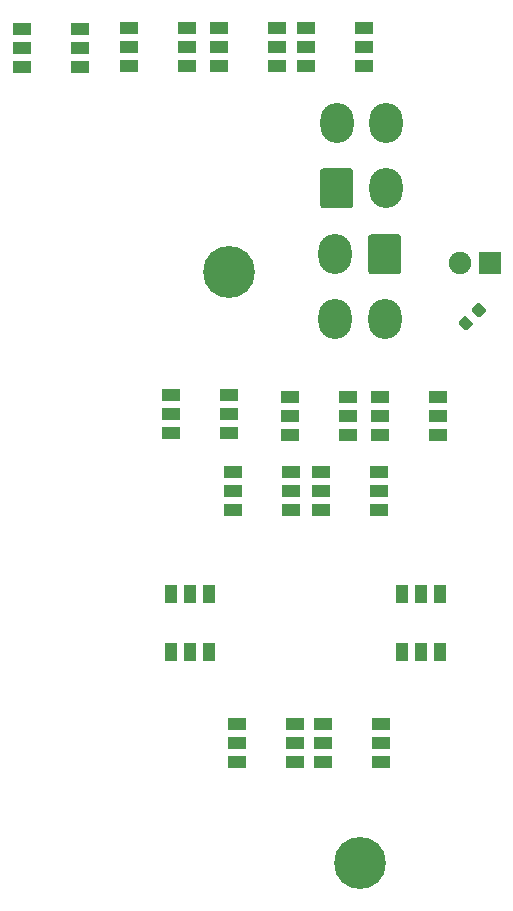
<source format=gbr>
G04 #@! TF.GenerationSoftware,KiCad,Pcbnew,(5.1.6)-1*
G04 #@! TF.CreationDate,2021-08-23T12:19:07+10:00*
G04 #@! TF.ProjectId,AV COOL PCB V2,41562043-4f4f-44c2-9050-43422056322e,rev?*
G04 #@! TF.SameCoordinates,Original*
G04 #@! TF.FileFunction,Soldermask,Top*
G04 #@! TF.FilePolarity,Negative*
%FSLAX46Y46*%
G04 Gerber Fmt 4.6, Leading zero omitted, Abs format (unit mm)*
G04 Created by KiCad (PCBNEW (5.1.6)-1) date 2021-08-23 12:19:07*
%MOMM*%
%LPD*%
G01*
G04 APERTURE LIST*
%ADD10C,4.400000*%
%ADD11R,1.100000X1.600000*%
%ADD12R,1.600000X1.100000*%
%ADD13O,2.800000X3.400000*%
%ADD14C,1.900000*%
%ADD15R,1.900000X1.900000*%
G04 APERTURE END LIST*
D10*
G04 #@! TO.C,REF\u002A\u002A*
X238950519Y-107950010D03*
G04 #@! TD*
G04 #@! TO.C,REF\u002A\u002A*
X227838000Y-57912000D03*
G04 #@! TD*
D11*
G04 #@! TO.C,D14*
X226136000Y-85180000D03*
X224536000Y-85180000D03*
X222936000Y-85180000D03*
X226136000Y-90080000D03*
X224536000Y-90080000D03*
X222936000Y-90080000D03*
G04 #@! TD*
D12*
G04 #@! TO.C,D13*
X228526000Y-96190000D03*
X228526000Y-97790000D03*
X228526000Y-99390000D03*
X233426000Y-96190000D03*
X233426000Y-97790000D03*
X233426000Y-99390000D03*
G04 #@! TD*
G04 #@! TO.C,D12*
X235802000Y-96190000D03*
X235802000Y-97790000D03*
X235802000Y-99390000D03*
X240702000Y-96190000D03*
X240702000Y-97790000D03*
X240702000Y-99390000D03*
G04 #@! TD*
D11*
G04 #@! TO.C,D11*
X242494000Y-90080000D03*
X244094000Y-90080000D03*
X245694000Y-90080000D03*
X242494000Y-85180000D03*
X244094000Y-85180000D03*
X245694000Y-85180000D03*
G04 #@! TD*
D12*
G04 #@! TO.C,D10*
X235638000Y-74854000D03*
X235638000Y-76454000D03*
X235638000Y-78054000D03*
X240538000Y-74854000D03*
X240538000Y-76454000D03*
X240538000Y-78054000D03*
G04 #@! TD*
G04 #@! TO.C,D9*
X228182000Y-74854000D03*
X228182000Y-76454000D03*
X228182000Y-78054000D03*
X233082000Y-74854000D03*
X233082000Y-76454000D03*
X233082000Y-78054000D03*
G04 #@! TD*
G04 #@! TO.C,D8*
X240628000Y-68504000D03*
X240628000Y-70104000D03*
X240628000Y-71704000D03*
X245528000Y-68504000D03*
X245528000Y-70104000D03*
X245528000Y-71704000D03*
G04 #@! TD*
G04 #@! TO.C,D7*
X233008000Y-68504000D03*
X233008000Y-70104000D03*
X233008000Y-71704000D03*
X237908000Y-68504000D03*
X237908000Y-70104000D03*
X237908000Y-71704000D03*
G04 #@! TD*
G04 #@! TO.C,D6*
X222938000Y-68326000D03*
X222938000Y-69926000D03*
X222938000Y-71526000D03*
X227838000Y-68326000D03*
X227838000Y-69926000D03*
X227838000Y-71526000D03*
G04 #@! TD*
G04 #@! TO.C,D5*
X234368000Y-37262000D03*
X234368000Y-38862000D03*
X234368000Y-40462000D03*
X239268000Y-37262000D03*
X239268000Y-38862000D03*
X239268000Y-40462000D03*
G04 #@! TD*
G04 #@! TO.C,D4*
X227002000Y-37262000D03*
X227002000Y-38862000D03*
X227002000Y-40462000D03*
X231902000Y-37262000D03*
X231902000Y-38862000D03*
X231902000Y-40462000D03*
G04 #@! TD*
G04 #@! TO.C,D3*
X219382000Y-37262000D03*
X219382000Y-38862000D03*
X219382000Y-40462000D03*
X224282000Y-37262000D03*
X224282000Y-38862000D03*
X224282000Y-40462000D03*
G04 #@! TD*
G04 #@! TO.C,D2*
X210312000Y-37338000D03*
X210312000Y-38938000D03*
X210312000Y-40538000D03*
X215212000Y-37338000D03*
X215212000Y-38938000D03*
X215212000Y-40538000D03*
G04 #@! TD*
G04 #@! TO.C,R1*
G36*
G01*
X248049841Y-61686412D02*
X248447588Y-62084160D01*
G75*
G02*
X248447588Y-62428874I-172357J-172357D01*
G01*
X248102874Y-62773588D01*
G75*
G02*
X247758160Y-62773588I-172357J172357D01*
G01*
X247360412Y-62375840D01*
G75*
G02*
X247360412Y-62031126I172357J172357D01*
G01*
X247705126Y-61686412D01*
G75*
G02*
X248049840Y-61686412I172357J-172357D01*
G01*
G37*
G36*
G01*
X249163535Y-60572718D02*
X249561282Y-60970466D01*
G75*
G02*
X249561282Y-61315180I-172357J-172357D01*
G01*
X249216568Y-61659894D01*
G75*
G02*
X248871854Y-61659894I-172357J172357D01*
G01*
X248474106Y-61262146D01*
G75*
G02*
X248474106Y-60917432I172357J172357D01*
G01*
X248818820Y-60572718D01*
G75*
G02*
X249163534Y-60572718I172357J-172357D01*
G01*
G37*
G04 #@! TD*
D13*
G04 #@! TO.C,J2*
X236846000Y-61888000D03*
X241046000Y-61888000D03*
X236846000Y-56388000D03*
G36*
G01*
X242446000Y-54947260D02*
X242446000Y-57828740D01*
G75*
G02*
X242186740Y-58088000I-259260J0D01*
G01*
X239905260Y-58088000D01*
G75*
G02*
X239646000Y-57828740I0J259260D01*
G01*
X239646000Y-54947260D01*
G75*
G02*
X239905260Y-54688000I259260J0D01*
G01*
X242186740Y-54688000D01*
G75*
G02*
X242446000Y-54947260I0J-259260D01*
G01*
G37*
G04 #@! TD*
G04 #@! TO.C,J1*
X241182000Y-45300000D03*
X236982000Y-45300000D03*
X241182000Y-50800000D03*
G36*
G01*
X235582000Y-52240740D02*
X235582000Y-49359260D01*
G75*
G02*
X235841260Y-49100000I259260J0D01*
G01*
X238122740Y-49100000D01*
G75*
G02*
X238382000Y-49359260I0J-259260D01*
G01*
X238382000Y-52240740D01*
G75*
G02*
X238122740Y-52500000I-259260J0D01*
G01*
X235841260Y-52500000D01*
G75*
G02*
X235582000Y-52240740I0J259260D01*
G01*
G37*
G04 #@! TD*
D14*
G04 #@! TO.C,D1*
X247396000Y-57150000D03*
D15*
X249936000Y-57150000D03*
G04 #@! TD*
M02*

</source>
